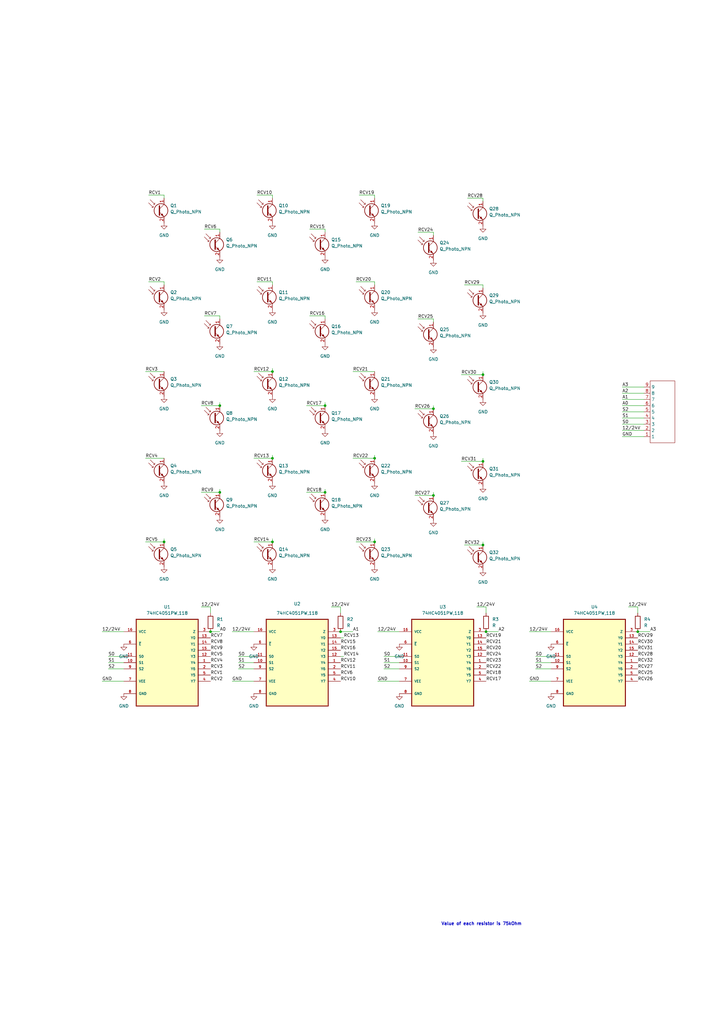
<source format=kicad_sch>
(kicad_sch (version 20230121) (generator eeschema)
  (paper "A3" portrait)
  (lib_symbols
    (symbol "Device:Q_Photo_NPN" (pin_names (offset 0) hide)
      (property "Reference" "Q" (at 5.08 1.27 0))
      (property "Value" "Q_Photo_NPN" (at 5.08 -1.27 0))
      (symbol "Q_Photo_NPN_0_1"
        (polyline (pts (xy -1.905 1.27) (xy -2.54 1.27)))
        (polyline (pts (xy -1.27 2.54) (xy -1.905 2.54)))
        (polyline (pts (xy 0.635 0.635) (xy 2.54 2.54)))
        (polyline (pts (xy -3.81 3.175) (xy -1.905 1.27) (xy -1.905 1.905)))
        (polyline (pts (xy -3.175 4.445) (xy -1.27 2.54) (xy -1.27 3.175)))
        (polyline (pts (xy 0.635 -0.635) (xy 2.54 -2.54) (xy 2.54 -2.54)))
        (polyline (pts (xy 0.635 1.905) (xy 0.635 -1.905) (xy 0.635 -1.905)) (stroke (width 0.508)))
        (polyline (pts (xy 1.27 -1.778) (xy 1.778 -1.27) (xy 2.286 -2.286) (xy 1.27 -1.778) (xy 1.27 -1.778)) (fill (type outline)))
        (circle (center 1.27 0) (radius 2.8194) (stroke (width 0.254)))
      )
      (symbol "Q_Photo_NPN_1_1"
        (pin passive line (at 2.54 5.08 270) (length 2.54) (name "C") (number "1"))
        (pin passive line (at 2.54 -5.08 90) (length 2.54) (name "E") (number "2"))
      )
    )
    (symbol "Device:R" (pin_numbers hide) (pin_names (offset 0))
      (property "Reference" "R" (at 2.032 0 90))
      (property "Value" "R" (at 0 0 90))
      (symbol "R_0_1"
        (rectangle (start -1.016 -2.54) (end 1.016 2.54) (stroke (width 0.254)))
      )
      (symbol "R_1_1"
        (pin passive line (at 0 3.81 270) (length 1.27) (name "~") (number "1"))
        (pin passive line (at 0 -3.81 90) (length 1.27) (name "~") (number "2"))
      )
    )
    (symbol "IRTouch:74HC4051PW,118" (pin_names (offset 1.016))
      (property "Reference" "U" (at -5.1816 18.034 0))
      (property "Value" "74HC4051PW,118" (at -4.7498 -24.9174 0))
      (symbol "74HC4051PW,118_0_0"
        (rectangle (start -12.7 -20.32) (end 12.7 15.24) (stroke (width 0.4064)) (fill (type background)))
        (pin bidirectional line (at 17.78 -2.54 180) (length 5.08) (name "Y4") (number "1"))
        (pin input line (at -17.78 -2.54 0) (length 5.08) (name "S1") (number "10"))
        (pin input line (at -17.78 0 0) (length 5.08) (name "S0") (number "11"))
        (pin bidirectional line (at 17.78 0 180) (length 5.08) (name "Y3") (number "12"))
        (pin bidirectional line (at 17.78 7.62 180) (length 5.08) (name "Y0") (number "13"))
        (pin bidirectional line (at 17.78 5.08 180) (length 5.08) (name "Y1") (number "14"))
        (pin bidirectional line (at 17.78 2.54 180) (length 5.08) (name "Y2") (number "15"))
        (pin power_in line (at -17.78 10.16 0) (length 5.08) (name "VCC") (number "16"))
        (pin bidirectional line (at 17.78 -5.08 180) (length 5.08) (name "Y6") (number "2"))
        (pin bidirectional line (at 17.78 10.16 180) (length 5.08) (name "Z") (number "3"))
        (pin bidirectional line (at 17.78 -10.16 180) (length 5.08) (name "Y7") (number "4"))
        (pin bidirectional line (at 17.78 -7.62 180) (length 5.08) (name "Y5") (number "5"))
        (pin input line (at -17.78 5.08 0) (length 5.08) (name "~{E}") (number "6"))
        (pin power_in line (at -17.78 -10.16 0) (length 5.08) (name "VEE") (number "7"))
        (pin passive line (at -17.78 -15.24 0) (length 5.08) (name "GND") (number "8"))
        (pin input line (at -17.78 -5.08 0) (length 5.08) (name "S2") (number "9"))
      )
    )
    (symbol "IRTouch:9POS_INTERFACE"
      (symbol "9POS_INTERFACE_0_1"
        (polyline (pts (xy 0 0) (xy 0 25.4) (xy 10.16 25.4) (xy 10.16 0) (xy 0 0)))
      )
      (symbol "9POS_INTERFACE_1_1"
        (pin input line (at -2.54 2.54 0) (length 2.54) (name "1") (number "1"))
        (pin input line (at -2.54 5.08 0) (length 2.54) (name "2") (number "2"))
        (pin input line (at -2.54 7.62 0) (length 2.54) (name "3") (number "3"))
        (pin input line (at -2.54 10.16 0) (length 2.54) (name "4") (number "4"))
        (pin input line (at -2.54 12.7 0) (length 2.54) (name "5") (number "5"))
        (pin input line (at -2.54 15.24 0) (length 2.54) (name "6") (number "6"))
        (pin input line (at -2.54 17.78 0) (length 2.54) (name "7") (number "7"))
        (pin input line (at -2.54 20.32 0) (length 2.54) (name "8") (number "8"))
        (pin input line (at -2.54 22.86 0) (length 2.54) (name "9") (number "9"))
      )
    )
    (symbol "power:GND" (power) (pin_names (offset 0))
      (property "Value" "GND" (at 0 -3.81 0))
      (symbol "GND_0_1"
        (polyline (pts (xy 0 0) (xy 0 -1.27) (xy 1.27 -1.27) (xy 0 -2.54) (xy -1.27 -1.27) (xy 0 -1.27)))
      )
      (symbol "GND_1_1"
        (pin power_in line (at 0 0 270) (length 0) hide (name "GND") (number "1"))
      )
    )
  )
  (junction (at 139.7 259.08))
  (junction (at 111.76 187.96))
  (junction (at 198.12 223.52))
  (junction (at 199.39 259.08))
  (junction (at 90.17 201.93))
  (junction (at 111.76 222.25))
  (junction (at 86.36 259.08))
  (junction (at 111.76 152.4))
  (junction (at 198.12 189.23))
  (junction (at 177.8 203.2))
  (junction (at 153.67 222.25))
  (junction (at 198.12 153.67))
  (junction (at 90.17 166.37))
  (junction (at 177.8 167.64))
  (junction (at 133.35 166.37))
  (junction (at 67.31 222.25))
  (junction (at 133.35 201.93))
  (junction (at 261.62 259.08))
  (junction (at 153.67 187.96))
  (wire (pts (xy 59.69 152.4) (xy 67.31 152.4)))
  (wire (pts (xy 153.67 115.57) (xy 153.67 116.84)))
  (wire (pts (xy 41.91 259.08) (xy 50.8 259.08)))
  (wire (pts (xy 144.78 152.4) (xy 153.67 152.4)))
  (wire (pts (xy 177.8 166.37) (xy 177.8 167.64)))
  (wire (pts (xy 127 129.54) (xy 133.35 129.54)))
  (wire (pts (xy 198.12 222.25) (xy 198.12 223.52)))
  (wire (pts (xy 60.96 80.01) (xy 67.31 80.01)))
  (wire (pts (xy 44.45 274.32) (xy 50.8 274.32)))
  (wire (pts (xy 133.35 129.54) (xy 133.35 130.81)))
  (wire (pts (xy 140.97 261.62) (xy 139.7 261.62)))
  (wire (pts (xy 67.31 115.57) (xy 67.31 116.84)))
  (wire (pts (xy 153.67 186.69) (xy 153.67 187.96)))
  (wire (pts (xy 171.45 130.81) (xy 177.8 130.81)))
  (wire (pts (xy 261.62 251.46) (xy 261.62 248.92)))
  (wire (pts (xy 257.81 248.92) (xy 261.62 248.92)))
  (wire (pts (xy 199.39 259.08) (xy 204.47 259.08)))
  (wire (pts (xy 90.17 165.1) (xy 90.17 166.37)))
  (wire (pts (xy 82.55 201.93) (xy 90.17 201.93)))
  (wire (pts (xy 133.35 200.66) (xy 133.35 201.93)))
  (wire (pts (xy 198.12 187.96) (xy 198.12 189.23)))
  (wire (pts (xy 83.82 93.98) (xy 90.17 93.98)))
  (wire (pts (xy 219.71 271.78) (xy 226.06 271.78)))
  (wire (pts (xy 157.48 269.24) (xy 163.83 269.24)))
  (wire (pts (xy 59.69 222.25) (xy 67.31 222.25)))
  (wire (pts (xy 157.48 274.32) (xy 163.83 274.32)))
  (wire (pts (xy 199.39 251.46) (xy 199.39 248.92)))
  (wire (pts (xy 97.79 274.32) (xy 104.14 274.32)))
  (wire (pts (xy 97.79 271.78) (xy 104.14 271.78)))
  (wire (pts (xy 82.55 248.92) (xy 86.36 248.92)))
  (wire (pts (xy 90.17 93.98) (xy 90.17 95.25)))
  (wire (pts (xy 105.41 80.01) (xy 111.76 80.01)))
  (wire (pts (xy 217.17 259.08) (xy 226.06 259.08)))
  (wire (pts (xy 255.27 179.07) (xy 264.16 179.07)))
  (wire (pts (xy 146.05 222.25) (xy 153.67 222.25)))
  (wire (pts (xy 105.41 115.57) (xy 111.76 115.57)))
  (wire (pts (xy 154.94 259.08) (xy 163.83 259.08)))
  (wire (pts (xy 170.18 203.2) (xy 177.8 203.2)))
  (wire (pts (xy 255.27 163.83) (xy 264.16 163.83)))
  (wire (pts (xy 135.89 248.92) (xy 139.7 248.92)))
  (wire (pts (xy 195.58 248.92) (xy 199.39 248.92)))
  (wire (pts (xy 44.45 271.78) (xy 50.8 271.78)))
  (wire (pts (xy 171.45 95.25) (xy 177.8 95.25)))
  (wire (pts (xy 104.14 152.4) (xy 111.76 152.4)))
  (wire (pts (xy 97.79 269.24) (xy 104.14 269.24)))
  (wire (pts (xy 255.27 173.99) (xy 264.16 173.99)))
  (wire (pts (xy 198.12 116.84) (xy 198.12 118.11)))
  (wire (pts (xy 177.8 201.93) (xy 177.8 203.2)))
  (wire (pts (xy 189.23 153.67) (xy 198.12 153.67)))
  (wire (pts (xy 44.45 269.24) (xy 50.8 269.24)))
  (wire (pts (xy 157.48 271.78) (xy 163.83 271.78)))
  (wire (pts (xy 147.32 80.01) (xy 153.67 80.01)))
  (wire (pts (xy 255.27 168.91) (xy 264.16 168.91)))
  (wire (pts (xy 255.27 171.45) (xy 264.16 171.45)))
  (wire (pts (xy 153.67 220.98) (xy 153.67 222.25)))
  (wire (pts (xy 125.73 166.37) (xy 133.35 166.37)))
  (wire (pts (xy 255.27 161.29) (xy 264.16 161.29)))
  (wire (pts (xy 86.36 259.08) (xy 90.17 259.08)))
  (wire (pts (xy 139.7 251.46) (xy 139.7 248.92)))
  (wire (pts (xy 111.76 220.98) (xy 111.76 222.25)))
  (wire (pts (xy 190.5 116.84) (xy 198.12 116.84)))
  (wire (pts (xy 191.77 81.28) (xy 198.12 81.28)))
  (wire (pts (xy 127 93.98) (xy 133.35 93.98)))
  (wire (pts (xy 139.7 259.08) (xy 144.78 259.08)))
  (wire (pts (xy 255.27 158.75) (xy 264.16 158.75)))
  (wire (pts (xy 154.94 279.4) (xy 163.83 279.4)))
  (wire (pts (xy 41.91 279.4) (xy 50.8 279.4)))
  (wire (pts (xy 83.82 129.54) (xy 90.17 129.54)))
  (wire (pts (xy 189.23 189.23) (xy 198.12 189.23)))
  (wire (pts (xy 177.8 130.81) (xy 177.8 132.08)))
  (wire (pts (xy 95.25 279.4) (xy 104.14 279.4)))
  (wire (pts (xy 133.35 165.1) (xy 133.35 166.37)))
  (wire (pts (xy 60.96 115.57) (xy 67.31 115.57)))
  (wire (pts (xy 111.76 151.13) (xy 111.76 152.4)))
  (wire (pts (xy 140.97 269.24) (xy 139.7 269.24)))
  (wire (pts (xy 104.14 222.25) (xy 111.76 222.25)))
  (wire (pts (xy 67.31 220.98) (xy 67.31 222.25)))
  (wire (pts (xy 170.18 167.64) (xy 177.8 167.64)))
  (wire (pts (xy 144.78 187.96) (xy 153.67 187.96)))
  (wire (pts (xy 95.25 259.08) (xy 104.14 259.08)))
  (wire (pts (xy 90.17 129.54) (xy 90.17 130.81)))
  (wire (pts (xy 104.14 187.96) (xy 111.76 187.96)))
  (wire (pts (xy 82.55 166.37) (xy 90.17 166.37)))
  (wire (pts (xy 59.69 187.96) (xy 67.31 187.96)))
  (wire (pts (xy 217.17 279.4) (xy 226.06 279.4)))
  (wire (pts (xy 190.5 223.52) (xy 198.12 223.52)))
  (wire (pts (xy 261.62 259.08) (xy 266.7 259.08)))
  (wire (pts (xy 153.67 80.01) (xy 153.67 81.28)))
  (wire (pts (xy 219.71 269.24) (xy 226.06 269.24)))
  (wire (pts (xy 255.27 166.37) (xy 264.16 166.37)))
  (wire (pts (xy 133.35 93.98) (xy 133.35 95.25)))
  (wire (pts (xy 219.71 274.32) (xy 226.06 274.32)))
  (wire (pts (xy 111.76 80.01) (xy 111.76 81.28)))
  (wire (pts (xy 67.31 80.01) (xy 67.31 81.28)))
  (wire (pts (xy 86.36 251.46) (xy 86.36 248.92)))
  (wire (pts (xy 255.27 176.53) (xy 264.16 176.53)))
  (wire (pts (xy 198.12 152.4) (xy 198.12 153.67)))
  (wire (pts (xy 146.05 115.57) (xy 153.67 115.57)))
  (wire (pts (xy 198.12 81.28) (xy 198.12 82.55)))
  (wire (pts (xy 125.73 201.93) (xy 133.35 201.93)))
  (wire (pts (xy 177.8 95.25) (xy 177.8 96.52)))
  (wire (pts (xy 90.17 200.66) (xy 90.17 201.93)))
  (wire (pts (xy 111.76 115.57) (xy 111.76 116.84)))
  (wire (pts (xy 111.76 186.69) (xy 111.76 187.96)))
  (text "Value of each resistor is 75kOhm" (at 180.975 379.73 0) (effects (font (size 1.27 1.27) (thickness 0.254) bold) (justify left bottom)))
  (label "RCV13" (at 104.14 187.96 0))
  (label "RCV1" (at 86.36 276.86 0))
  (label "12{slash}24V" (at 82.55 248.92 0))
  (label "RCV9" (at 86.36 266.7 0))
  (label "A1" (at 144.78 259.08 0))
  (label "A3" (at 255.27 158.75 0))
  (label "RCV22" (at 199.39 274.32 0))
  (label "12{slash}24V" (at 135.89 248.92 0))
  (label "RCV5" (at 59.69 222.25 0))
  (label "RCV8" (at 82.55 166.37 0))
  (label "S2" (at 44.45 274.32 0))
  (label "RCV24" (at 171.45 95.25 0))
  (label "S0" (at 157.48 269.24 0))
  (label "S0" (at 97.79 269.24 0))
  (label "12{slash}24V" (at 154.94 259.08 0))
  (label "S1" (at 255.27 171.45 0))
  (label "A1" (at 255.27 163.83 0))
  (label "RCV31" (at 189.23 189.23 0))
  (label "RCV20" (at 146.05 115.57 0))
  (label "S0" (at 44.45 269.24 0))
  (label "12{slash}24V" (at 255.27 176.53 0))
  (label "RCV8" (at 86.36 264.16 0))
  (label "RCV18" (at 199.39 276.86 0))
  (label "RCV19" (at 147.32 80.01 0))
  (label "GND" (at 255.27 179.07 0))
  (label "12{slash}24V" (at 41.91 259.08 0))
  (label "RCV4" (at 86.36 271.78 0))
  (label "RCV28" (at 261.62 269.24 0))
  (label "RCV19" (at 199.39 261.62 0))
  (label "RCV27" (at 261.62 274.32 0))
  (label "RCV24" (at 199.39 269.24 0))
  (label "RCV5" (at 86.36 269.24 0))
  (label "RCV15" (at 139.7 264.16 0))
  (label "S2" (at 255.27 168.91 0))
  (label "RCV10" (at 105.41 80.01 0))
  (label "RCV28" (at 191.77 81.28 0))
  (label "RCV11" (at 105.41 115.57 0))
  (label "RCV3" (at 59.69 152.4 0))
  (label "RCV6" (at 83.82 93.98 0))
  (label "GND" (at 95.25 279.4 0))
  (label "A2" (at 255.27 161.29 0))
  (label "RCV29" (at 190.5 116.84 0))
  (label "RCV14" (at 104.14 222.25 0))
  (label "S2" (at 157.48 274.32 0))
  (label "S2" (at 219.71 274.32 0))
  (label "GND" (at 154.94 279.4 0))
  (label "A3" (at 266.7 259.08 0))
  (label "RCV7" (at 86.36 261.62 0))
  (label "12{slash}24V" (at 95.25 259.08 0))
  (label "RCV16" (at 127 129.54 0))
  (label "A0" (at 90.17 259.08 0))
  (label "S1" (at 219.71 271.78 0))
  (label "A2" (at 204.47 259.08 0))
  (label "RCV9" (at 82.55 201.93 0))
  (label "RCV32" (at 190.5 223.52 0))
  (label "RCV23" (at 146.05 222.25 0))
  (label "RCV11" (at 139.7 274.32 0))
  (label "RCV2" (at 60.96 115.57 0))
  (label "S1" (at 157.48 271.78 0))
  (label "RCV7" (at 83.82 129.54 0))
  (label "RCV22" (at 144.78 187.96 0))
  (label "RCV23" (at 199.39 271.78 0))
  (label "RCV15" (at 127 93.98 0))
  (label "S2" (at 97.79 274.32 0))
  (label "RCV21" (at 199.39 264.16 0))
  (label "RCV27" (at 170.18 203.2 0))
  (label "RCV20" (at 199.39 266.7 0))
  (label "RCV26" (at 261.62 279.4 0))
  (label "RCV17" (at 125.73 166.37 0))
  (label "12{slash}24V" (at 217.17 259.08 0))
  (label "RCV16" (at 139.7 266.7 0))
  (label "RCV1" (at 60.96 80.01 0))
  (label "S1" (at 97.79 271.78 0))
  (label "RCV17" (at 199.39 279.4 0))
  (label "S0" (at 255.27 173.99 0))
  (label "RCV13" (at 140.97 261.62 0))
  (label "RCV30" (at 189.23 153.67 0))
  (label "12{slash}24V" (at 257.81 248.92 0))
  (label "RCV6" (at 139.7 276.86 0))
  (label "RCV14" (at 140.97 269.24 0))
  (label "RCV12" (at 139.7 271.78 0))
  (label "GND" (at 41.91 279.4 0))
  (label "RCV31" (at 261.62 266.7 0))
  (label "RCV26" (at 170.18 167.64 0))
  (label "RCV29" (at 261.62 261.62 0))
  (label "S0" (at 219.71 269.24 0))
  (label "RCV2" (at 86.36 279.4 0))
  (label "RCV25" (at 261.62 276.86 0))
  (label "A0" (at 255.27 166.37 0))
  (label "RCV21" (at 144.78 152.4 0))
  (label "RCV18" (at 125.73 201.93 0))
  (label "GND" (at 217.17 279.4 0))
  (label "12{slash}24V" (at 195.58 248.92 0))
  (label "S1" (at 44.45 271.78 0))
  (label "RCV4" (at 59.69 187.96 0))
  (label "RCV30" (at 261.62 264.16 0))
  (label "RCV3" (at 86.36 274.32 0))
  (label "RCV10" (at 139.7 279.4 0))
  (label "RCV32" (at 261.62 271.78 0))
  (label "RCV12" (at 104.14 152.4 0))
  (label "RCV25" (at 171.45 130.81 0))
  (symbol (lib_id "power:GND") (at 153.67 127 0) (unit 1)
    (property "Reference" "#PWR022" (effects hide))
    (property "Value" "GND" (at 153.67 132.08 0))
  )
  (symbol (lib_id "power:GND") (at 104.14 284.48 0) (unit 1)
    (property "Reference" "#PWR011" (effects hide))
    (property "Value" "GND" (at 104.14 289.56 0))
  )
  (symbol (lib_id "power:GND") (at 177.8 177.8 0) (unit 1)
    (property "Reference" "#PWR029" (effects hide))
    (property "Value" "GND" (at 177.8 182.88 0))
  )
  (symbol (lib_id "Device:Q_Photo_NPN") (at 175.26 101.6 0) (unit 1)
    (property "Reference" "Q24" (at 180.34 99.5806 0) (effects (justify left)))
    (property "Value" "Q_Photo_NPN" (at 180.34 102.1206 0) (effects (justify left)))
    (property "Footprint" "IRTouch:RCVR" (effects hide))
  )
  (symbol (lib_id "IRTouch:74HC4051PW,118") (at 181.61 269.24 0) (unit 1)
    (property "Reference" "U3" (at 181.61 248.92 0))
    (property "Value" "74HC4051PW,118" (at 181.61 251.46 0))
    (property "Footprint" "IRTouch:SOP65P640X110-16N" (effects hide))
    (property "OC_NEWARK" "78R6260" (effects hide))
    (property "OC_FARNELL" "1826843" (effects hide))
    (property "MPN" "74HC4051PW,118" (effects hide))
    (property "SUPPLIER" "NXP" (effects hide))
    (property "PACKAGE" "TSSOP-16" (effects hide))
  )
  (symbol (lib_id "power:GND") (at 198.12 199.39 0) (unit 1)
    (property "Reference" "#PWR034" (effects hide))
    (property "Value" "GND" (at 198.12 204.47 0))
  )
  (symbol (lib_id "power:GND") (at 198.12 92.71 0) (unit 1)
    (property "Reference" "#PWR031" (effects hide))
    (property "Value" "GND" (at 198.12 97.79 0))
  )
  (symbol (lib_id "power:GND") (at 50.8 264.16 0) (unit 1)
    (property "Reference" "#PWR0104" (effects hide))
    (property "Value" "GND" (at 50.8 269.24 0))
  )
  (symbol (lib_id "IRTouch:9POS_INTERFACE") (at 266.7 181.61 0) (unit 1)
    (property "Reference" "I1" (effects hide))
    (property "Value" "9POS_INTERFACE" (effects hide))
    (property "Footprint" "IRTouch:9POS_INTERFACE" (effects hide))
  )
  (symbol (lib_id "Device:Q_Photo_NPN") (at 175.26 172.72 0) (unit 1)
    (property "Reference" "Q26" (at 180.34 170.7006 0) (effects (justify left)))
    (property "Value" "Q_Photo_NPN" (at 180.34 173.2406 0) (effects (justify left)))
    (property "Footprint" "IRTouch:RCVR" (effects hide))
  )
  (symbol (lib_id "Device:Q_Photo_NPN") (at 130.81 171.45 0) (unit 1)
    (property "Reference" "Q17" (at 135.89 169.4306 0) (effects (justify left)))
    (property "Value" "Q_Photo_NPN" (at 135.89 171.9706 0) (effects (justify left)))
    (property "Footprint" "IRTouch:RCVR" (effects hide))
  )
  (symbol (lib_id "Device:Q_Photo_NPN") (at 130.81 207.01 0) (unit 1)
    (property "Reference" "Q18" (at 135.89 204.9906 0) (effects (justify left)))
    (property "Value" "Q_Photo_NPN" (at 135.89 207.5306 0) (effects (justify left)))
    (property "Footprint" "IRTouch:RCVR" (effects hide))
  )
  (symbol (lib_id "power:GND") (at 90.17 105.41 0) (unit 1)
    (property "Reference" "#PWR07" (effects hide))
    (property "Value" "GND" (at 90.17 110.49 0))
  )
  (symbol (lib_id "Device:R") (at 261.62 255.27 0) (unit 1)
    (property "Reference" "R4" (at 264.16 253.9999 0) (effects (justify left)))
    (property "Value" "R" (at 264.16 256.5399 0) (effects (justify left)))
    (property "Footprint" "IRTouch:R0603" (effects hide))
  )
  (symbol (lib_id "IRTouch:74HC4051PW,118") (at 121.92 269.24 0) (unit 1)
    (property "Reference" "U2" (at 121.92 247.65 0))
    (property "Value" "74HC4051PW,118" (at 121.92 251.46 0))
    (property "Footprint" "IRTouch:SOP65P640X110-16N" (effects hide))
    (property "OC_NEWARK" "78R6260" (effects hide))
    (property "OC_FARNELL" "1826843" (effects hide))
    (property "MPN" "74HC4051PW,118" (effects hide))
    (property "SUPPLIER" "NXP" (effects hide))
    (property "PACKAGE" "TSSOP-16" (effects hide))
  )
  (symbol (lib_id "Device:Q_Photo_NPN") (at 151.13 227.33 0) (unit 1)
    (property "Reference" "Q23" (at 156.21 225.3106 0) (effects (justify left)))
    (property "Value" "Q_Photo_NPN" (at 156.21 227.8506 0) (effects (justify left)))
    (property "Footprint" "IRTouch:RCVR" (effects hide))
  )
  (symbol (lib_id "power:GND") (at 67.31 91.44 0) (unit 1)
    (property "Reference" "#PWR02" (effects hide))
    (property "Value" "GND" (at 67.31 96.52 0))
  )
  (symbol (lib_id "power:GND") (at 111.76 232.41 0) (unit 1)
    (property "Reference" "#PWR016" (effects hide))
    (property "Value" "GND" (at 111.76 237.49 0))
  )
  (symbol (lib_id "Device:Q_Photo_NPN") (at 87.63 171.45 0) (unit 1)
    (property "Reference" "Q8" (at 92.71 169.4306 0) (effects (justify left)))
    (property "Value" "Q_Photo_NPN" (at 92.71 171.9706 0) (effects (justify left)))
    (property "Footprint" "IRTouch:RCVR" (effects hide))
  )
  (symbol (lib_id "IRTouch:74HC4051PW,118") (at 243.84 269.24 0) (unit 1)
    (property "Reference" "U4" (at 243.84 248.92 0))
    (property "Value" "74HC4051PW,118" (at 243.84 251.46 0))
    (property "Footprint" "IRTouch:SOP65P640X110-16N" (effects hide))
    (property "OC_NEWARK" "78R6260" (effects hide))
    (property "OC_FARNELL" "1826843" (effects hide))
    (property "MPN" "74HC4051PW,118" (effects hide))
    (property "SUPPLIER" "NXP" (effects hide))
    (property "PACKAGE" "TSSOP-16" (effects hide))
  )
  (symbol (lib_id "Device:Q_Photo_NPN") (at 195.58 87.63 0) (unit 1)
    (property "Reference" "Q28" (at 200.66 85.6106 0) (effects (justify left)))
    (property "Value" "Q_Photo_NPN" (at 200.66 88.1506 0) (effects (justify left)))
    (property "Footprint" "IRTouch:RCVR" (effects hide))
  )
  (symbol (lib_id "power:GND") (at 67.31 198.12 0) (unit 1)
    (property "Reference" "#PWR05" (effects hide))
    (property "Value" "GND" (at 67.31 203.2 0))
  )
  (symbol (lib_id "power:GND") (at 90.17 140.97 0) (unit 1)
    (property "Reference" "#PWR08" (effects hide))
    (property "Value" "GND" (at 90.17 146.05 0))
  )
  (symbol (lib_id "Device:Q_Photo_NPN") (at 64.77 86.36 0) (unit 1)
    (property "Reference" "Q1" (at 69.85 84.3406 0) (effects (justify left)))
    (property "Value" "Q_Photo_NPN" (at 69.85 86.8806 0) (effects (justify left)))
    (property "Footprint" "IRTouch:RCVR" (effects hide))
  )
  (symbol (lib_id "power:GND") (at 153.67 198.12 0) (unit 1)
    (property "Reference" "#PWR024" (effects hide))
    (property "Value" "GND" (at 153.67 203.2 0))
  )
  (symbol (lib_id "Device:Q_Photo_NPN") (at 109.22 157.48 0) (unit 1)
    (property "Reference" "Q12" (at 114.3 155.4606 0) (effects (justify left)))
    (property "Value" "Q_Photo_NPN" (at 114.3 158.0006 0) (effects (justify left)))
    (property "Footprint" "IRTouch:RCVR" (effects hide))
  )
  (symbol (lib_id "Device:Q_Photo_NPN") (at 64.77 227.33 0) (unit 1)
    (property "Reference" "Q5" (at 69.85 225.3106 0) (effects (justify left)))
    (property "Value" "Q_Photo_NPN" (at 69.85 227.8506 0) (effects (justify left)))
    (property "Footprint" "IRTouch:RCVR" (effects hide))
  )
  (symbol (lib_id "power:GND") (at 67.31 232.41 0) (unit 1)
    (property "Reference" "#PWR06" (effects hide))
    (property "Value" "GND" (at 67.31 237.49 0))
  )
  (symbol (lib_id "Device:R") (at 139.7 255.27 0) (unit 1)
    (property "Reference" "R2" (at 142.24 253.9999 0) (effects (justify left)))
    (property "Value" "R" (at 142.24 256.5399 0) (effects (justify left)))
    (property "Footprint" "IRTouch:R0603" (effects hide))
  )
  (symbol (lib_id "power:GND") (at 133.35 212.09 0) (unit 1)
    (property "Reference" "#PWR020" (effects hide))
    (property "Value" "GND" (at 133.35 217.17 0))
  )
  (symbol (lib_id "Device:Q_Photo_NPN") (at 151.13 86.36 0) (unit 1)
    (property "Reference" "Q19" (at 156.21 84.3406 0) (effects (justify left)))
    (property "Value" "Q_Photo_NPN" (at 156.21 86.8806 0) (effects (justify left)))
    (property "Footprint" "IRTouch:RCVR" (effects hide))
  )
  (symbol (lib_id "Device:Q_Photo_NPN") (at 109.22 121.92 0) (unit 1)
    (property "Reference" "Q11" (at 114.3 119.9006 0) (effects (justify left)))
    (property "Value" "Q_Photo_NPN" (at 114.3 122.4406 0) (effects (justify left)))
    (property "Footprint" "IRTouch:RCVR" (effects hide))
  )
  (symbol (lib_id "power:GND") (at 177.8 213.36 0) (unit 1)
    (property "Reference" "#PWR030" (effects hide))
    (property "Value" "GND" (at 177.8 218.44 0))
  )
  (symbol (lib_id "power:GND") (at 177.8 106.68 0) (unit 1)
    (property "Reference" "#PWR027" (effects hide))
    (property "Value" "GND" (at 177.8 111.76 0))
  )
  (symbol (lib_id "power:GND") (at 111.76 162.56 0) (unit 1)
    (property "Reference" "#PWR014" (effects hide))
    (property "Value" "GND" (at 111.76 167.64 0))
  )
  (symbol (lib_id "Device:Q_Photo_NPN") (at 130.81 100.33 0) (unit 1)
    (property "Reference" "Q15" (at 135.89 98.3106 0) (effects (justify left)))
    (property "Value" "Q_Photo_NPN" (at 135.89 100.8506 0) (effects (justify left)))
    (property "Footprint" "IRTouch:RCVR" (effects hide))
  )
  (symbol (lib_id "Device:Q_Photo_NPN") (at 87.63 207.01 0) (unit 1)
    (property "Reference" "Q9" (at 92.71 204.9906 0) (effects (justify left)))
    (property "Value" "Q_Photo_NPN" (at 92.71 207.5306 0) (effects (justify left)))
    (property "Footprint" "IRTouch:RCVR" (effects hide))
  )
  (symbol (lib_id "power:GND") (at 111.76 91.44 0) (unit 1)
    (property "Reference" "#PWR012" (effects hide))
    (property "Value" "GND" (at 111.76 96.52 0))
  )
  (symbol (lib_id "Device:Q_Photo_NPN") (at 175.26 208.28 0) (unit 1)
    (property "Reference" "Q27" (at 180.34 206.2606 0) (effects (justify left)))
    (property "Value" "Q_Photo_NPN" (at 180.34 208.8006 0) (effects (justify left)))
    (property "Footprint" "IRTouch:RCVR" (effects hide))
  )
  (symbol (lib_id "power:GND") (at 153.67 232.41 0) (unit 1)
    (property "Reference" "#PWR025" (effects hide))
    (property "Value" "GND" (at 153.67 237.49 0))
  )
  (symbol (lib_id "power:GND") (at 226.06 284.48 0) (unit 1)
    (property "Reference" "#PWR036" (effects hide))
    (property "Value" "GND" (at 226.06 289.56 0))
  )
  (symbol (lib_id "Device:Q_Photo_NPN") (at 195.58 123.19 0) (unit 1)
    (property "Reference" "Q29" (at 200.66 121.1706 0) (effects (justify left)))
    (property "Value" "Q_Photo_NPN" (at 200.66 123.7106 0) (effects (justify left)))
    (property "Footprint" "IRTouch:RCVR" (effects hide))
  )
  (symbol (lib_id "power:GND") (at 153.67 91.44 0) (unit 1)
    (property "Reference" "#PWR021" (effects hide))
    (property "Value" "GND" (at 153.67 96.52 0))
  )
  (symbol (lib_id "power:GND") (at 50.8 284.48 0) (unit 1)
    (property "Reference" "#PWR01" (effects hide))
    (property "Value" "GND" (at 50.8 289.56 0))
  )
  (symbol (lib_id "Device:Q_Photo_NPN") (at 87.63 135.89 0) (unit 1)
    (property "Reference" "Q7" (at 92.71 133.8706 0) (effects (justify left)))
    (property "Value" "Q_Photo_NPN" (at 92.71 136.4106 0) (effects (justify left)))
    (property "Footprint" "IRTouch:RCVR" (effects hide))
  )
  (symbol (lib_id "Device:Q_Photo_NPN") (at 151.13 157.48 0) (unit 1)
    (property "Reference" "Q21" (at 156.21 155.4606 0) (effects (justify left)))
    (property "Value" "Q_Photo_NPN" (at 156.21 158.0006 0) (effects (justify left)))
    (property "Footprint" "IRTouch:RCVR" (effects hide))
  )
  (symbol (lib_id "Device:Q_Photo_NPN") (at 130.81 135.89 0) (unit 1)
    (property "Reference" "Q16" (at 135.89 133.8706 0) (effects (justify left)))
    (property "Value" "Q_Photo_NPN" (at 135.89 136.4106 0) (effects (justify left)))
    (property "Footprint" "IRTouch:RCVR" (effects hide))
  )
  (symbol (lib_id "Device:Q_Photo_NPN") (at 64.77 121.92 0) (unit 1)
    (property "Reference" "Q2" (at 69.85 119.9006 0) (effects (justify left)))
    (property "Value" "Q_Photo_NPN" (at 69.85 122.4406 0) (effects (justify left)))
    (property "Footprint" "IRTouch:RCVR" (effects hide))
  )
  (symbol (lib_id "Device:Q_Photo_NPN") (at 175.26 137.16 0) (unit 1)
    (property "Reference" "Q25" (at 180.34 135.1406 0) (effects (justify left)))
    (property "Value" "Q_Photo_NPN" (at 180.34 137.6806 0) (effects (justify left)))
    (property "Footprint" "IRTouch:RCVR" (effects hide))
  )
  (symbol (lib_id "Device:R") (at 199.39 255.27 0) (unit 1)
    (property "Reference" "R3" (at 201.93 253.9999 0) (effects (justify left)))
    (property "Value" "R" (at 201.93 256.5399 0) (effects (justify left)))
    (property "Footprint" "IRTouch:R0603" (effects hide))
  )
  (symbol (lib_id "power:GND") (at 198.12 163.83 0) (unit 1)
    (property "Reference" "#PWR033" (effects hide))
    (property "Value" "GND" (at 198.12 168.91 0))
  )
  (symbol (lib_id "Device:Q_Photo_NPN") (at 151.13 193.04 0) (unit 1)
    (property "Reference" "Q22" (at 156.21 191.0206 0) (effects (justify left)))
    (property "Value" "Q_Photo_NPN" (at 156.21 193.5606 0) (effects (justify left)))
    (property "Footprint" "IRTouch:RCVR" (effects hide))
  )
  (symbol (lib_id "Device:Q_Photo_NPN") (at 195.58 158.75 0) (unit 1)
    (property "Reference" "Q30" (at 200.66 156.7306 0) (effects (justify left)))
    (property "Value" "Q_Photo_NPN" (at 200.66 159.2706 0) (effects (justify left)))
    (property "Footprint" "IRTouch:RCVR" (effects hide))
  )
  (symbol (lib_id "power:GND") (at 226.06 264.16 0) (unit 1)
    (property "Reference" "#PWR0102" (effects hide))
    (property "Value" "GND" (at 226.06 269.24 0))
  )
  (symbol (lib_id "power:GND") (at 111.76 127 0) (unit 1)
    (property "Reference" "#PWR013" (effects hide))
    (property "Value" "GND" (at 111.76 132.08 0))
  )
  (symbol (lib_id "Device:Q_Photo_NPN") (at 87.63 100.33 0) (unit 1)
    (property "Reference" "Q6" (at 92.71 98.3106 0) (effects (justify left)))
    (property "Value" "Q_Photo_NPN" (at 92.71 100.8506 0) (effects (justify left)))
    (property "Footprint" "IRTouch:RCVR" (effects hide))
  )
  (symbol (lib_id "power:GND") (at 67.31 127 0) (unit 1)
    (property "Reference" "#PWR03" (effects hide))
    (property "Value" "GND" (at 67.31 132.08 0))
  )
  (symbol (lib_id "power:GND") (at 133.35 176.53 0) (unit 1)
    (property "Reference" "#PWR019" (effects hide))
    (property "Value" "GND" (at 133.35 181.61 0))
  )
  (symbol (lib_id "power:GND") (at 198.12 128.27 0) (unit 1)
    (property "Reference" "#PWR032" (effects hide))
    (property "Value" "GND" (at 198.12 133.35 0))
  )
  (symbol (lib_id "power:GND") (at 163.83 264.16 0) (unit 1)
    (property "Reference" "#PWR0101" (effects hide))
    (property "Value" "GND" (at 163.83 269.24 0))
  )
  (symbol (lib_id "Device:Q_Photo_NPN") (at 195.58 228.6 0) (unit 1)
    (property "Reference" "Q32" (at 200.66 226.5806 0) (effects (justify left)))
    (property "Value" "Q_Photo_NPN" (at 200.66 229.1206 0) (effects (justify left)))
    (property "Footprint" "IRTouch:RCVR" (effects hide))
  )
  (symbol (lib_id "power:GND") (at 90.17 212.09 0) (unit 1)
    (property "Reference" "#PWR010" (effects hide))
    (property "Value" "GND" (at 90.17 217.17 0))
  )
  (symbol (lib_id "power:GND") (at 133.35 140.97 0) (unit 1)
    (property "Reference" "#PWR018" (effects hide))
    (property "Value" "GND" (at 133.35 146.05 0))
  )
  (symbol (lib_id "power:GND") (at 133.35 105.41 0) (unit 1)
    (property "Reference" "#PWR017" (effects hide))
    (property "Value" "GND" (at 133.35 110.49 0))
  )
  (symbol (lib_id "power:GND") (at 198.12 233.68 0) (unit 1)
    (property "Reference" "#PWR035" (effects hide))
    (property "Value" "GND" (at 198.12 238.76 0))
  )
  (symbol (lib_id "Device:Q_Photo_NPN") (at 64.77 193.04 0) (unit 1)
    (property "Reference" "Q4" (at 69.85 191.0206 0) (effects (justify left)))
    (property "Value" "Q_Photo_NPN" (at 69.85 193.5606 0) (effects (justify left)))
    (property "Footprint" "IRTouch:RCVR" (effects hide))
  )
  (symbol (lib_id "Device:R") (at 86.36 255.27 0) (unit 1)
    (property "Reference" "R1" (at 88.9 253.9999 0) (effects (justify left)))
    (property "Value" "R" (at 88.9 256.5399 0) (effects (justify left)))
    (property "Footprint" "IRTouch:R0603" (effects hide))
  )
  (symbol (lib_id "power:GND") (at 153.67 162.56 0) (unit 1)
    (property "Reference" "#PWR023" (effects hide))
    (property "Value" "GND" (at 153.67 167.64 0))
  )
  (symbol (lib_id "power:GND") (at 90.17 176.53 0) (unit 1)
    (property "Reference" "#PWR09" (effects hide))
    (property "Value" "GND" (at 90.17 181.61 0))
  )
  (symbol (lib_id "Device:Q_Photo_NPN") (at 109.22 193.04 0) (unit 1)
    (property "Reference" "Q13" (at 114.3 191.0206 0) (effects (justify left)))
    (property "Value" "Q_Photo_NPN" (at 114.3 193.5606 0) (effects (justify left)))
    (property "Footprint" "IRTouch:RCVR" (effects hide))
  )
  (symbol (lib_id "Device:Q_Photo_NPN") (at 109.22 86.36 0) (unit 1)
    (property "Reference" "Q10" (at 114.3 84.3406 0) (effects (justify left)))
    (property "Value" "Q_Photo_NPN" (at 114.3 86.8806 0) (effects (justify left)))
    (property "Footprint" "IRTouch:RCVR" (effects hide))
  )
  (symbol (lib_id "Device:Q_Photo_NPN") (at 151.13 121.92 0) (unit 1)
    (property "Reference" "Q20" (at 156.21 119.9006 0) (effects (justify left)))
    (property "Value" "Q_Photo_NPN" (at 156.21 122.4406 0) (effects (justify left)))
    (property "Footprint" "IRTouch:RCVR" (effects hide))
  )
  (symbol (lib_id "Device:Q_Photo_NPN") (at 64.77 157.48 0) (unit 1)
    (property "Reference" "Q3" (at 69.85 155.4606 0) (effects (justify left)))
    (property "Value" "Q_Photo_NPN" (at 69.85 158.0006 0) (effects (justify left)))
    (property "Footprint" "IRTouch:RCVR" (effects hide))
  )
  (symbol (lib_id "Device:Q_Photo_NPN") (at 109.22 227.33 0) (unit 1)
    (property "Reference" "Q14" (at 114.3 225.3106 0) (effects (justify left)))
    (property "Value" "Q_Photo_NPN" (at 114.3 227.8506 0) (effects (justify left)))
    (property "Footprint" "IRTouch:RCVR" (effects hide))
  )
  (symbol (lib_id "power:GND") (at 104.14 264.16 0) (unit 1)
    (property "Reference" "#PWR0103" (effects hide))
    (property "Value" "GND" (at 104.14 269.24 0))
  )
  (symbol (lib_id "Device:Q_Photo_NPN") (at 195.58 194.31 0) (unit 1)
    (property "Reference" "Q31" (at 200.66 192.2906 0) (effects (justify left)))
    (property "Value" "Q_Photo_NPN" (at 200.66 194.8306 0) (effects (justify left)))
    (property "Footprint" "IRTouch:RCVR" (effects hide))
  )
  (symbol (lib_id "power:GND") (at 67.31 162.56 0) (unit 1)
    (property "Reference" "#PWR04" (effects hide))
    (property "Value" "GND" (at 67.31 167.64 0))
  )
  (symbol (lib_id "power:GND") (at 177.8 142.24 0) (unit 1)
    (property "Reference" "#PWR028" (effects hide))
    (property "Value" "GND" (at 177.8 147.32 0))
  )
  (symbol (lib_id "power:GND") (at 163.83 284.48 0) (unit 1)
    (property "Reference" "#PWR026" (effects hide))
    (property "Value" "GND" (at 163.83 289.56 0))
  )
  (symbol (lib_id "power:GND") (at 111.76 198.12 0) (unit 1)
    (property "Reference" "#PWR015" (effects hide))
    (property "Value" "GND" (at 111.76 203.2 0))
  )
  (symbol (lib_id "IRTouch:74HC4051PW,118") (at 68.58 269.24 0) (unit 1)
    (property "Reference" "U1" (at 68.58 248.92 0))
    (property "Value" "74HC4051PW,118" (at 68.58 251.46 0))
    (property "Footprint" "IRTouch:SOP65P640X110-16N" (effects hide))
    (property "OC_NEWARK" "78R6260" (effects hide))
    (property "OC_FARNELL" "1826843" (effects hide))
    (property "MPN" "74HC4051PW,118" (effects hide))
    (property "SUPPLIER" "NXP" (effects hide))
    (property "PACKAGE" "TSSOP-16" (effects hide))
  )
)
</source>
